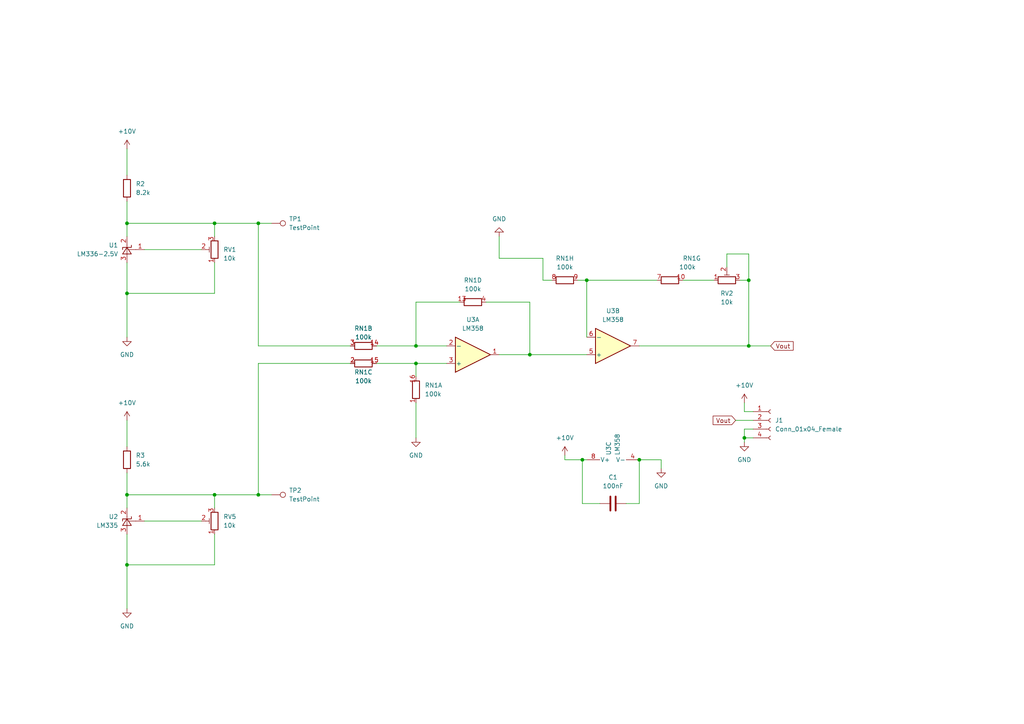
<source format=kicad_sch>
(kicad_sch (version 20211123) (generator eeschema)
  (paper "A4")
  (title_block (title "Sensore di temperatura con LM335") (date "2022-10-10") (company "Lucas Prati - Yassir El kacimi"))
  (lib_symbols
    (symbol "Amplifier_Operational:LM358" (pin_names (offset 0.127))
      (property "Reference" "U" (at 0 5.08 0))
      (property "Value" "LM358" (at 0 -5.08 0))
      (symbol "LM358_1_1"
        (polyline (pts (xy -5.08 5.08) (xy 5.08 0) (xy -5.08 -5.08) (xy -5.08 5.08)) (stroke (width 0.254)) (fill (type background)))
        (pin output line (at 7.62 0 180) (length 2.54) (name "~") (number "1"))
        (pin input line (at -7.62 -2.54 0) (length 2.54) (name "-") (number "2"))
        (pin input line (at -7.62 2.54 0) (length 2.54) (name "+") (number "3"))
      )
      (symbol "LM358_2_1"
        (polyline (pts (xy -5.08 5.08) (xy 5.08 0) (xy -5.08 -5.08) (xy -5.08 5.08)) (stroke (width 0.254)) (fill (type background)))
        (pin input line (at -7.62 2.54 0) (length 2.54) (name "+") (number "5"))
        (pin input line (at -7.62 -2.54 0) (length 2.54) (name "-") (number "6"))
        (pin output line (at 7.62 0 180) (length 2.54) (name "~") (number "7"))
      )
      (symbol "LM358_3_1"
        (pin power_in line (at -2.54 -7.62 90) (length 3.81) (name "V-") (number "4"))
        (pin power_in line (at -2.54 7.62 270) (length 3.81) (name "V+") (number "8"))
      )
    )
    (symbol "Connector:Conn_01x04_Female" (pin_names (offset 1.016) hide)
      (property "Reference" "J" (at 0 5.08 0))
      (property "Value" "Conn_01x04_Female" (at 0 -7.62 0))
      (symbol "Conn_01x04_Female_1_1"
        (arc (start 0 -4.572) (mid -0.508 -5.08) (end 0 -5.588) (stroke (width 0.1524)))
        (arc (start 0 -2.032) (mid -0.508 -2.54) (end 0 -3.048) (stroke (width 0.1524)))
        (polyline (pts (xy -1.27 -5.08) (xy -0.508 -5.08)) (stroke (width 0.1524)))
        (polyline (pts (xy -1.27 -2.54) (xy -0.508 -2.54)) (stroke (width 0.1524)))
        (polyline (pts (xy -1.27 0) (xy -0.508 0)) (stroke (width 0.1524)))
        (polyline (pts (xy -1.27 2.54) (xy -0.508 2.54)) (stroke (width 0.1524)))
        (arc (start 0 0.508) (mid -0.508 0) (end 0 -0.508) (stroke (width 0.1524)))
        (arc (start 0 3.048) (mid -0.508 2.54) (end 0 2.032) (stroke (width 0.1524)))
        (pin passive line (at -5.08 2.54 0) (length 3.81) (name "Pin_1") (number "1"))
        (pin passive line (at -5.08 0 0) (length 3.81) (name "Pin_2") (number "2"))
        (pin passive line (at -5.08 -2.54 0) (length 3.81) (name "Pin_3") (number "3"))
        (pin passive line (at -5.08 -5.08 0) (length 3.81) (name "Pin_4") (number "4"))
      )
    )
    (symbol "Connector:TestPoint" (pin_numbers hide) (pin_names (offset 0.762) hide)
      (property "Reference" "TP" (at 0 6.858 0))
      (property "Value" "TestPoint" (at 0 5.08 0))
      (symbol "TestPoint_0_1"
        (circle (center 0 3.302) (radius 0.762))
      )
      (symbol "TestPoint_1_1"
        (pin passive line (at 0 0 90) (length 2.54) (name "1") (number "1"))
      )
    )
    (symbol "Device:C" (pin_numbers hide) (pin_names (offset 0.254))
      (property "Reference" "C" (at 0.635 2.54 0))
      (property "Value" "C" (at 0.635 -2.54 0))
      (symbol "C_0_1"
        (polyline (pts (xy -2.032 -0.762) (xy 2.032 -0.762)) (stroke (width 0.508)))
        (polyline (pts (xy -2.032 0.762) (xy 2.032 0.762)) (stroke (width 0.508)))
      )
      (symbol "C_1_1"
        (pin passive line (at 0 3.81 270) (length 2.794) (name "~") (number "1"))
        (pin passive line (at 0 -3.81 90) (length 2.794) (name "~") (number "2"))
      )
    )
    (symbol "Device:R" (pin_numbers hide) (pin_names (offset 0))
      (property "Reference" "R" (at 2.032 0 90))
      (property "Value" "R" (at 0 0 90))
      (symbol "R_0_1"
        (rectangle (start -1.016 -2.54) (end 1.016 2.54) (stroke (width 0.254)))
      )
      (symbol "R_1_1"
        (pin passive line (at 0 3.81 270) (length 1.27) (name "~") (number "1"))
        (pin passive line (at 0 -3.81 90) (length 1.27) (name "~") (number "2"))
      )
    )
    (symbol "Device:R_Pack08_Split" (pin_names (offset 0) hide)
      (property "Reference" "RN" (at 2.032 0 90))
      (property "Value" "R_Pack08_Split" (at 0 0 90))
      (symbol "R_Pack08_Split_0_1"
        (rectangle (start 1.016 2.54) (end -1.016 -2.54) (stroke (width 0.254)))
      )
      (symbol "R_Pack08_Split_1_1"
        (pin passive line (at 0 -3.81 90) (length 1.27) (name "R1.1") (number "1"))
        (pin passive line (at 0 3.81 270) (length 1.27) (name "R1.2") (number "16"))
      )
      (symbol "R_Pack08_Split_2_1"
        (pin passive line (at 0 3.81 270) (length 1.27) (name "R2.2") (number "15"))
        (pin passive line (at 0 -3.81 90) (length 1.27) (name "R2.1") (number "2"))
      )
      (symbol "R_Pack08_Split_3_1"
        (pin passive line (at 0 3.81 270) (length 1.27) (name "R3.2") (number "14"))
        (pin passive line (at 0 -3.81 90) (length 1.27) (name "R3.1") (number "3"))
      )
      (symbol "R_Pack08_Split_4_1"
        (pin passive line (at 0 3.81 270) (length 1.27) (name "R4.2") (number "13"))
        (pin passive line (at 0 -3.81 90) (length 1.27) (name "R4.1") (number "4"))
      )
      (symbol "R_Pack08_Split_5_1"
        (pin passive line (at 0 3.81 270) (length 1.27) (name "R5.2") (number "12"))
        (pin passive line (at 0 -3.81 90) (length 1.27) (name "R5.1") (number "5"))
      )
      (symbol "R_Pack08_Split_6_1"
        (pin passive line (at 0 3.81 270) (length 1.27) (name "R6.2") (number "11"))
        (pin passive line (at 0 -3.81 90) (length 1.27) (name "R6.1") (number "6"))
      )
      (symbol "R_Pack08_Split_7_1"
        (pin passive line (at 0 3.81 270) (length 1.27) (name "R7.2") (number "10"))
        (pin passive line (at 0 -3.81 90) (length 1.27) (name "R7.1") (number "7"))
      )
      (symbol "R_Pack08_Split_8_1"
        (pin passive line (at 0 -3.81 90) (length 1.27) (name "R8.1") (number "8"))
        (pin passive line (at 0 3.81 270) (length 1.27) (name "R8.2") (number "9"))
      )
    )
    (symbol "Device:R_Potentiometer_Trim" (pin_names (offset 1.016) hide)
      (property "Reference" "RV" (at -4.445 0 90))
      (property "Value" "R_Potentiometer_Trim" (at -2.54 0 90))
      (symbol "R_Potentiometer_Trim_0_1"
        (polyline (pts (xy 1.524 0.762) (xy 1.524 -0.762)))
        (polyline (pts (xy 2.54 0) (xy 1.524 0)))
        (rectangle (start 1.016 2.54) (end -1.016 -2.54) (stroke (width 0.254)))
      )
      (symbol "R_Potentiometer_Trim_1_1"
        (pin passive line (at 0 3.81 270) (length 1.27) (name "1") (number "1"))
        (pin passive line (at 3.81 0 180) (length 1.27) (name "2") (number "2"))
        (pin passive line (at 0 -3.81 90) (length 1.27) (name "3") (number "3"))
      )
    )
    (symbol "Reference_Voltage:LM285Z-ADJ" (pin_names (offset 0.0254) hide)
      (property "Reference" "U" (at 1.905 3.81 0))
      (property "Value" "LM285Z-ADJ" (at 0 -3.175 0))
      (symbol "LM285Z-ADJ_0_1"
        (polyline (pts (xy 0 2.54) (xy 0 0.381)))
        (polyline (pts (xy -1.27 0) (xy 0 0) (xy 1.27 0)))
        (polyline (pts (xy -1.27 -1.27) (xy 0.635 0) (xy -1.27 1.27) (xy -1.27 -1.27)) (stroke (width 0.2032)))
        (polyline (pts (xy 0 -1.27) (xy 0.635 -1.27) (xy 0.635 1.27) (xy 1.27 1.27)) (stroke (width 0.2032)))
      )
      (symbol "LM285Z-ADJ_1_1"
        (pin input line (at 0 5.08 270) (length 2.54) (name "FB") (number "1"))
        (pin passive line (at 3.81 0 180) (length 2.54) (name "K") (number "2"))
        (pin passive line (at -3.81 0 0) (length 2.54) (name "A") (number "3"))
      )
    )
    (symbol "power:+10V" (power) (pin_names (offset 0))
      (property "Value" "+10V" (at 0 3.556 0))
      (symbol "+10V_0_1"
        (polyline (pts (xy -0.762 1.27) (xy 0 2.54)))
        (polyline (pts (xy 0 0) (xy 0 2.54)))
        (polyline (pts (xy 0 2.54) (xy 0.762 1.27)))
      )
      (symbol "+10V_1_1"
        (pin power_in line (at 0 0 90) (length 0) hide (name "+10V") (number "1"))
      )
    )
    (symbol "power:GND" (power) (pin_names (offset 0))
      (property "Value" "GND" (at 0 -3.81 0))
      (symbol "GND_0_1"
        (polyline (pts (xy 0 0) (xy 0 -1.27) (xy 1.27 -1.27) (xy 0 -2.54) (xy -1.27 -1.27) (xy 0 -1.27)))
      )
      (symbol "GND_1_1"
        (pin power_in line (at 0 0 270) (length 0) hide (name "GND") (number "1"))
      )
    )
  )
  (junction (at 215.9 127))
  (junction (at 36.83 163.83))
  (junction (at 217.17 81.28))
  (junction (at 74.93 64.77))
  (junction (at 185.42 133.35))
  (junction (at 62.23 64.77))
  (junction (at 36.83 143.51))
  (junction (at 170.18 81.28))
  (junction (at 62.23 143.51))
  (junction (at 153.67 102.87))
  (junction (at 217.17 100.33))
  (junction (at 120.65 105.41))
  (junction (at 36.83 64.77))
  (junction (at 36.83 85.09))
  (junction (at 120.65 100.33))
  (junction (at 74.93 143.51))
  (junction (at 168.91 133.35))
  (wire (pts (xy 213.36 121.92) (xy 218.44 121.92)))
  (wire (pts (xy 36.83 163.83) (xy 36.83 176.53)))
  (wire (pts (xy 120.65 100.33) (xy 120.65 87.63)))
  (wire (pts (xy 74.93 105.41) (xy 74.93 143.51)))
  (wire (pts (xy 210.82 73.66) (xy 217.17 73.66)))
  (wire (pts (xy 41.91 72.39) (xy 58.42 72.39)))
  (wire (pts (xy 62.23 143.51) (xy 62.23 147.32)))
  (wire (pts (xy 120.65 116.84) (xy 120.65 127)))
  (wire (pts (xy 210.82 77.47) (xy 210.82 73.66)))
  (wire (pts (xy 62.23 154.94) (xy 62.23 163.83)))
  (wire (pts (xy 36.83 76.2) (xy 36.83 85.09)))
  (wire (pts (xy 217.17 73.66) (xy 217.17 81.28)))
  (wire (pts (xy 153.67 102.87) (xy 170.18 102.87)))
  (wire (pts (xy 144.78 74.93) (xy 157.48 74.93)))
  (wire (pts (xy 218.44 124.46) (xy 215.9 124.46)))
  (wire (pts (xy 120.65 100.33) (xy 129.54 100.33)))
  (wire (pts (xy 36.83 64.77) (xy 36.83 68.58)))
  (wire (pts (xy 215.9 119.38) (xy 218.44 119.38)))
  (wire (pts (xy 217.17 81.28) (xy 217.17 100.33)))
  (wire (pts (xy 36.83 143.51) (xy 62.23 143.51)))
  (wire (pts (xy 62.23 76.2) (xy 62.23 85.09)))
  (wire (pts (xy 74.93 143.51) (xy 78.74 143.51)))
  (wire (pts (xy 36.83 43.18) (xy 36.83 50.8)))
  (wire (pts (xy 153.67 102.87) (xy 144.78 102.87)))
  (wire (pts (xy 168.91 133.35) (xy 168.91 146.05)))
  (wire (pts (xy 173.99 146.05) (xy 168.91 146.05)))
  (wire (pts (xy 160.02 81.28) (xy 157.48 81.28)))
  (wire (pts (xy 74.93 105.41) (xy 101.6 105.41)))
  (wire (pts (xy 74.93 64.77) (xy 78.74 64.77)))
  (wire (pts (xy 170.18 133.35) (xy 168.91 133.35)))
  (wire (pts (xy 36.83 154.94) (xy 36.83 163.83)))
  (wire (pts (xy 36.83 85.09) (xy 36.83 97.79)))
  (wire (pts (xy 36.83 143.51) (xy 36.83 147.32)))
  (wire (pts (xy 62.23 143.51) (xy 74.93 143.51)))
  (wire (pts (xy 74.93 100.33) (xy 101.6 100.33)))
  (wire (pts (xy 36.83 64.77) (xy 62.23 64.77)))
  (wire (pts (xy 109.22 100.33) (xy 120.65 100.33)))
  (wire (pts (xy 36.83 58.42) (xy 36.83 64.77)))
  (wire (pts (xy 215.9 116.84) (xy 215.9 119.38)))
  (wire (pts (xy 191.77 133.35) (xy 191.77 135.89)))
  (wire (pts (xy 74.93 64.77) (xy 74.93 100.33)))
  (wire (pts (xy 167.64 81.28) (xy 170.18 81.28)))
  (wire (pts (xy 215.9 127) (xy 215.9 128.27)))
  (wire (pts (xy 153.67 87.63) (xy 153.67 102.87)))
  (wire (pts (xy 120.65 105.41) (xy 120.65 109.22)))
  (wire (pts (xy 215.9 127) (xy 218.44 127)))
  (wire (pts (xy 62.23 64.77) (xy 74.93 64.77)))
  (wire (pts (xy 41.91 151.13) (xy 58.42 151.13)))
  (wire (pts (xy 185.42 100.33) (xy 217.17 100.33)))
  (wire (pts (xy 185.42 133.35) (xy 191.77 133.35)))
  (wire (pts (xy 163.83 133.35) (xy 168.91 133.35)))
  (wire (pts (xy 170.18 97.79) (xy 170.18 81.28)))
  (wire (pts (xy 157.48 81.28) (xy 157.48 74.93)))
  (wire (pts (xy 163.83 132.08) (xy 163.83 133.35)))
  (wire (pts (xy 62.23 85.09) (xy 36.83 85.09)))
  (wire (pts (xy 214.63 81.28) (xy 217.17 81.28)))
  (wire (pts (xy 109.22 105.41) (xy 120.65 105.41)))
  (wire (pts (xy 62.23 163.83) (xy 36.83 163.83)))
  (wire (pts (xy 185.42 146.05) (xy 185.42 133.35)))
  (wire (pts (xy 170.18 81.28) (xy 190.5 81.28)))
  (wire (pts (xy 36.83 137.16) (xy 36.83 143.51)))
  (wire (pts (xy 120.65 87.63) (xy 133.35 87.63)))
  (wire (pts (xy 198.12 81.28) (xy 207.01 81.28)))
  (wire (pts (xy 62.23 64.77) (xy 62.23 68.58)))
  (wire (pts (xy 215.9 124.46) (xy 215.9 127)))
  (wire (pts (xy 36.83 121.92) (xy 36.83 129.54)))
  (wire (pts (xy 140.97 87.63) (xy 153.67 87.63)))
  (wire (pts (xy 217.17 100.33) (xy 223.52 100.33)))
  (wire (pts (xy 120.65 105.41) (xy 129.54 105.41)))
  (wire (pts (xy 181.61 146.05) (xy 185.42 146.05)))
  (wire (pts (xy 144.78 68.58) (xy 144.78 74.93)))
  (global_label "Vout" (shape input) (at 213.36 121.92 180) (property "Intersheet References" "${INTERSHEET_REFS}" (effects hide)))
  (global_label "Vout" (shape input) (at 223.52 100.33 0) (property "Intersheet References" "${INTERSHEET_REFS}" (effects hide)))
  (symbol (lib_id "Amplifier_Operational:LM358") (at 177.8 130.81 90) (unit 3)
    (property "Reference" "U3" (at 176.5299 132.08 0) (effects (justify left)))
    (property "Value" "LM358" (at 179.0699 132.08 0) (effects (justify left)))
    (property "Footprint" "Package_DIP:DIP-8_W7.62mm_LongPads" (effects hide))
    (property "Datasheet" "http://www.ti.com/lit/ds/symlink/lm2904-n.pdf" (effects hide))
  )
  (symbol (lib_id "power:+10V") (at 163.83 132.08 0) (unit 1)
    (property "Reference" "#PWR07" (effects hide))
    (property "Value" "+10V" (at 163.83 127 0))
  )
  (symbol (lib_id "Device:R") (at 36.83 133.35 0) (unit 1)
    (property "Reference" "R3" (at 39.37 132.0799 0) (effects (justify left)))
    (property "Value" "5.6k" (at 39.37 134.6199 0) (effects (justify left)))
    (property "Footprint" "Resistor_THT:R_Axial_DIN0309_L9.0mm_D3.2mm_P12.70mm_Horizontal" (effects hide))
  )
  (symbol (lib_id "Device:R_Pack08_Split") (at 105.41 100.33 270) (unit 3)
    (property "Reference" "RN1" (at 105.41 107.95 90))
    (property "Value" "100k" (at 105.41 97.79 90))
    (property "Footprint" "Package_DIP:DIP-16_W7.62mm_LongPads" (effects hide))
  )
  (symbol (lib_id "Device:R") (at 36.83 54.61 0) (unit 1)
    (property "Reference" "R2" (at 39.37 53.3399 0) (effects (justify left)))
    (property "Value" "8.2k" (at 39.37 55.8799 0) (effects (justify left)))
    (property "Footprint" "Resistor_THT:R_Axial_DIN0309_L9.0mm_D3.2mm_P12.70mm_Horizontal" (effects hide))
  )
  (symbol (lib_id "power:+10V") (at 215.9 116.84 0) (unit 1)
    (property "Reference" "#PWR09" (effects hide))
    (property "Value" "+10V" (at 215.9 111.76 0))
  )
  (symbol (lib_id "Amplifier_Operational:LM358") (at 137.16 102.87 0) (mirror x) (unit 1)
    (property "Reference" "U3" (at 137.16 92.71 0))
    (property "Value" "LM358" (at 137.16 95.25 0))
    (property "Footprint" "Package_DIP:DIP-8_W7.62mm_LongPads" (effects hide))
    (property "Datasheet" "http://www.ti.com/lit/ds/symlink/lm2904-n.pdf" (effects hide))
  )
  (symbol (lib_id "Reference_Voltage:LM285Z-ADJ") (at 36.83 151.13 270) (mirror x) (unit 1)
    (property "Reference" "U2" (at 34.29 149.8599 90) (effects (justify right)))
    (property "Value" "LM335" (at 34.29 152.3999 90) (effects (justify right)))
    (property "Footprint" "Package_TO_SOT_THT:TO-92_Wide" (effects hide))
    (property "Datasheet" "http://www.ti.com/lit/ds/symlink/lm185-adj.pdf" (effects hide))
  )
  (symbol (lib_id "power:GND") (at 144.78 68.58 180) (unit 1)
    (property "Reference" "#PWR06" (effects hide))
    (property "Value" "GND" (at 144.78 63.5 0))
  )
  (symbol (lib_id "power:GND") (at 120.65 127 0) (unit 1)
    (property "Reference" "#PWR05" (effects hide))
    (property "Value" "GND" (at 120.65 132.08 0))
  )
  (symbol (lib_id "Device:R_Pack08_Split") (at 105.41 105.41 270) (unit 2)
    (property "Reference" "RN1" (at 105.41 95.25 90))
    (property "Value" "100k" (at 105.41 110.49 90))
    (property "Footprint" "Package_DIP:DIP-16_W7.62mm_LongPads" (effects hide))
  )
  (symbol (lib_id "Amplifier_Operational:LM358") (at 177.8 100.33 0) (mirror x) (unit 2)
    (property "Reference" "U3" (at 177.8 90.17 0))
    (property "Value" "LM358" (at 177.8 92.71 0))
    (property "Footprint" "Package_DIP:DIP-8_W7.62mm_LongPads" (effects hide))
    (property "Datasheet" "http://www.ti.com/lit/ds/symlink/lm2904-n.pdf" (effects hide))
  )
  (symbol (lib_id "power:GND") (at 36.83 176.53 0) (unit 1)
    (property "Reference" "#PWR04" (effects hide))
    (property "Value" "GND" (at 36.83 181.61 0))
  )
  (symbol (lib_id "power:+10V") (at 36.83 43.18 0) (unit 1)
    (property "Reference" "#PWR01" (effects hide))
    (property "Value" "+10V" (at 36.83 38.1 0))
  )
  (symbol (lib_id "Device:R_Pack08_Split") (at 163.83 81.28 270) (unit 8)
    (property "Reference" "RN1" (at 163.83 74.93 90))
    (property "Value" "100k" (at 163.83 77.47 90))
    (property "Footprint" "Package_DIP:DIP-16_W7.62mm_LongPads" (effects hide))
  )
  (symbol (lib_id "Connector:TestPoint") (at 78.74 64.77 270) (unit 1)
    (property "Reference" "TP1" (at 83.82 63.4999 90) (effects (justify left)))
    (property "Value" "TestPoint" (at 83.82 66.0399 90) (effects (justify left)))
    (property "Footprint" "Connector_PinHeader_2.00mm:PinHeader_1x01_P2.00mm_Vertical" (effects hide))
  )
  (symbol (lib_id "power:GND") (at 215.9 128.27 0) (unit 1)
    (property "Reference" "#PWR010" (effects hide))
    (property "Value" "GND" (at 215.9 133.35 0))
  )
  (symbol (lib_id "Device:C") (at 177.8 146.05 90) (unit 1)
    (property "Reference" "C1" (at 177.8 138.43 90))
    (property "Value" "100nF" (at 177.8 140.97 90))
    (property "Footprint" "Capacitor_THT:C_Rect_L7.0mm_W2.5mm_P5.00mm" (effects hide))
  )
  (symbol (lib_id "Connector:TestPoint") (at 78.74 143.51 270) (unit 1)
    (property "Reference" "TP2" (at 83.82 142.2399 90) (effects (justify left)))
    (property "Value" "TestPoint" (at 83.82 144.7799 90) (effects (justify left)))
    (property "Footprint" "Connector_PinHeader_2.00mm:PinHeader_1x01_P2.00mm_Vertical" (effects hide))
  )
  (symbol (lib_id "power:+10V") (at 36.83 121.92 0) (unit 1)
    (property "Reference" "#PWR03" (effects hide))
    (property "Value" "+10V" (at 36.83 116.84 0))
  )
  (symbol (lib_id "Device:R_Potentiometer_Trim") (at 210.82 81.28 90) (unit 1)
    (property "Reference" "RV2" (at 210.82 85.09 90))
    (property "Value" "10k" (at 210.82 87.63 90))
    (property "Footprint" "Potentiometer_THT:Potentiometer_Bourns_3339P_Vertical" (effects hide))
  )
  (symbol (lib_id "Device:R_Potentiometer_Trim") (at 62.23 72.39 180) (unit 1)
    (property "Reference" "RV1" (at 64.77 72.39 0) (effects (justify right)))
    (property "Value" "10k" (at 64.77 74.93 0) (effects (justify right)))
    (property "Footprint" "Potentiometer_THT:Potentiometer_Bourns_3339P_Vertical" (effects hide))
  )
  (symbol (lib_id "Reference_Voltage:LM285Z-ADJ") (at 36.83 72.39 270) (mirror x) (unit 1)
    (property "Reference" "U1" (at 34.29 71.1199 90) (effects (justify right)))
    (property "Value" "LM336-2.5V" (at 34.29 73.6599 90) (effects (justify right)))
    (property "Footprint" "Package_TO_SOT_THT:TO-92_Wide" (effects hide))
    (property "Datasheet" "http://www.ti.com/lit/ds/symlink/lm185-adj.pdf" (effects hide))
  )
  (symbol (lib_id "Device:R_Pack08_Split") (at 194.31 81.28 270) (unit 7)
    (property "Reference" "RN1" (at 200.66 74.93 90))
    (property "Value" "100k" (at 199.39 77.47 90))
    (property "Footprint" "Package_DIP:DIP-16_W7.62mm_LongPads" (effects hide))
  )
  (symbol (lib_id "power:GND") (at 191.77 135.89 0) (unit 1)
    (property "Reference" "#PWR08" (effects hide))
    (property "Value" "GND" (at 191.77 140.97 0))
  )
  (symbol (lib_id "Device:R_Pack08_Split") (at 137.16 87.63 90) (unit 4)
    (property "Reference" "RN1" (at 137.16 81.28 90))
    (property "Value" "100k" (at 137.16 83.82 90))
    (property "Footprint" "Package_DIP:DIP-16_W7.62mm_LongPads" (effects hide))
  )
  (symbol (lib_id "Device:R_Pack08_Split") (at 120.65 113.03 0) (unit 1)
    (property "Reference" "RN1" (at 123.19 111.7599 0) (effects (justify left)))
    (property "Value" "100k" (at 123.19 114.2999 0) (effects (justify left)))
    (property "Footprint" "Package_DIP:DIP-16_W7.62mm_LongPads" (effects hide))
  )
  (symbol (lib_id "Connector:Conn_01x04_Female") (at 223.52 121.92 0) (unit 1)
    (property "Reference" "J1" (at 224.79 121.9199 0) (effects (justify left)))
    (property "Value" "Conn_01x04_Female" (at 224.79 124.4599 0) (effects (justify left)))
    (property "Footprint" "TerminalBlock_Phoenix:TerminalBlock_Phoenix_MKDS-1,5-4_1x04_P5.00mm_Horizontal" (effects hide))
  )
  (symbol (lib_id "power:GND") (at 36.83 97.79 0) (unit 1)
    (property "Reference" "#PWR02" (effects hide))
    (property "Value" "GND" (at 36.83 102.87 0))
  )
  (symbol (lib_id "Device:R_Potentiometer_Trim") (at 62.23 151.13 180) (unit 1)
    (property "Reference" "RV5" (at 64.77 149.8599 0) (effects (justify right)))
    (property "Value" "10k" (at 64.77 152.3999 0) (effects (justify right)))
    (property "Footprint" "Potentiometer_THT:Potentiometer_Bourns_3339P_Vertical" (effects hide))
  )
)
</source>
